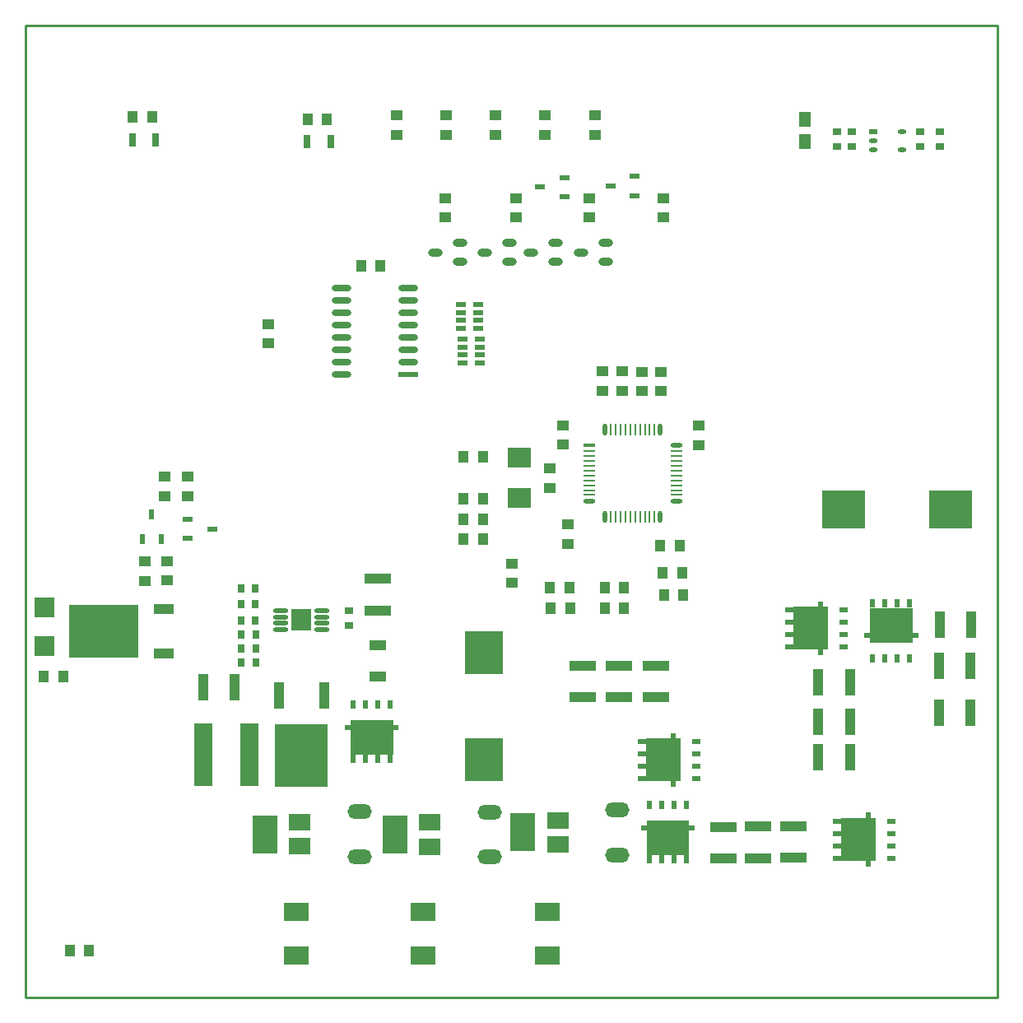
<source format=gtp>
%FSLAX25Y25*%
%MOIN*%
G70*
G01*
G75*
G04 Layer_Color=8421504*
%ADD10R,0.02559X0.05315*%
%ADD11R,0.14410X0.09843*%
%ADD12R,0.14410X0.07874*%
%ADD13R,0.01969X0.06299*%
%ADD14R,0.03543X0.02126*%
%ADD15R,0.09843X0.14410*%
%ADD16R,0.07874X0.14410*%
%ADD17R,0.06299X0.01969*%
%ADD18R,0.02126X0.03543*%
%ADD19R,0.03937X0.05118*%
%ADD20R,0.05118X0.03937*%
%ADD21R,0.05000X0.06000*%
%ADD22O,0.05906X0.03150*%
%ADD23R,0.04000X0.01969*%
%ADD24R,0.10000X0.07500*%
%ADD25O,0.09843X0.05906*%
%ADD26R,0.08661X0.07087*%
%ADD27R,0.09843X0.15748*%
%ADD28R,0.08000X0.02400*%
%ADD29O,0.08000X0.02400*%
%ADD30R,0.09449X0.08268*%
%ADD31R,0.07874X0.07874*%
%ADD32R,0.03347X0.02756*%
%ADD33R,0.02756X0.03347*%
%ADD34R,0.07087X0.03937*%
%ADD35R,0.03937X0.10630*%
%ADD36R,0.10630X0.03937*%
%ADD37R,0.03937X0.02362*%
%ADD38R,0.02362X0.03937*%
%ADD39O,0.00984X0.04724*%
%ADD40O,0.04724X0.00984*%
%ADD41O,0.04724X0.01772*%
%ADD42O,0.01772X0.04724*%
%ADD43R,0.04724X0.01772*%
%ADD44O,0.03543X0.01969*%
%ADD45R,0.03543X0.01969*%
%ADD46O,0.03543X0.01969*%
%ADD47R,0.17716X0.15748*%
%ADD48R,0.15748X0.17716*%
%ADD49R,0.27953X0.21654*%
%ADD50R,0.08268X0.03937*%
%ADD51R,0.07559X0.25590*%
%ADD52R,0.21654X0.25197*%
%ADD53R,0.03937X0.10827*%
%ADD54O,0.06299X0.01772*%
%ADD55R,0.08071X0.09055*%
%ADD56C,0.01000*%
%ADD57C,0.00800*%
%ADD58C,0.02000*%
%ADD59C,0.01200*%
%ADD60C,0.03000*%
%ADD61C,0.04000*%
%ADD62C,0.03500*%
%ADD63C,0.06000*%
%ADD64C,0.01500*%
%ADD65C,0.10000*%
%ADD66C,0.08000*%
%ADD67R,0.14500X0.04200*%
%ADD68R,0.04100X0.17800*%
%ADD69R,0.17100X0.04200*%
%ADD70R,0.04400X0.22500*%
%ADD71R,0.04100X0.19500*%
%ADD72R,0.16800X0.04200*%
%ADD73R,0.02437X0.03577*%
%ADD74R,0.23300X0.07400*%
%ADD75R,0.16351X0.07500*%
%ADD76R,0.55500X0.04751*%
%ADD77R,0.07912X0.15875*%
%ADD78R,0.05600X0.05100*%
%ADD79R,0.40000X0.08400*%
%ADD80R,0.28400X0.16700*%
%ADD81R,0.07300X0.03700*%
%ADD82R,0.08300X0.49900*%
%ADD83R,0.03900X0.06100*%
%ADD84R,0.08664X0.44500*%
%ADD85R,0.16500X0.07900*%
%ADD86R,0.06000X0.16300*%
%ADD87R,0.23600X0.17400*%
%ADD88R,0.25624X0.17093*%
%ADD89R,0.24100X0.17400*%
%ADD90C,0.06000*%
%ADD91O,0.06000X0.10000*%
%ADD92R,0.06000X0.10000*%
%ADD93O,0.05906X0.09843*%
%ADD94R,0.05906X0.09843*%
%ADD95C,0.06693*%
%ADD96R,0.05906X0.05906*%
%ADD97C,0.05906*%
%ADD98C,0.03937*%
%ADD99O,0.07874X0.15748*%
%ADD100O,0.09843X0.11811*%
%ADD101R,0.09843X0.11811*%
%ADD102C,0.02000*%
%ADD103C,0.03000*%
%ADD104C,0.04000*%
%ADD105C,0.05000*%
%ADD106C,0.02598*%
%ADD107R,0.05512X0.07087*%
%ADD108R,0.13386X0.07087*%
%ADD109O,0.02756X0.01181*%
%ADD110O,0.01181X0.02756*%
%ADD111R,0.07087X0.13386*%
%ADD112R,0.15900X0.03600*%
%ADD113R,0.05800X0.21700*%
%ADD114R,0.17600X0.04300*%
%ADD115R,0.04400X0.22100*%
%ADD116R,0.03084X0.06973*%
%ADD117R,0.10427X0.02514*%
%ADD118R,0.12200X0.03500*%
%ADD119R,0.08500X0.07122*%
%ADD120R,0.21373X0.05490*%
%ADD121R,0.03200X0.06000*%
%ADD122R,0.02900X0.13700*%
%ADD123R,0.22500X1.19600*%
%ADD124R,0.29000X0.26900*%
%ADD125C,0.00394*%
%ADD126C,0.00500*%
%ADD127C,0.00984*%
%ADD128C,0.00787*%
%ADD129C,0.00591*%
%ADD130R,0.04724X0.02756*%
%ADD131R,0.01968X0.03543*%
D10*
X31400Y-47200D02*
D03*
X40849D02*
D03*
X-39500Y-46500D02*
D03*
X-30051D02*
D03*
D11*
X254672Y-326141D02*
D03*
X175572Y-293841D02*
D03*
X235272Y-240541D02*
D03*
D12*
X254672Y-334383D02*
D03*
X175572Y-302083D02*
D03*
X235272Y-248783D02*
D03*
D13*
X258708Y-321888D02*
D03*
Y-337636D02*
D03*
X179608Y-289588D02*
D03*
Y-305336D02*
D03*
X239308Y-236288D02*
D03*
Y-252036D02*
D03*
D14*
X267960Y-332262D02*
D03*
X245922D02*
D03*
X267960Y-322262D02*
D03*
Y-327262D02*
D03*
X245922Y-322262D02*
D03*
X267960Y-337262D02*
D03*
X245922D02*
D03*
Y-327262D02*
D03*
X188860Y-299962D02*
D03*
X166822D02*
D03*
X188860Y-289962D02*
D03*
Y-294962D02*
D03*
X166822Y-289962D02*
D03*
X188860Y-304962D02*
D03*
X166822D02*
D03*
Y-294962D02*
D03*
X248560Y-246662D02*
D03*
X226522D02*
D03*
X248560Y-236662D02*
D03*
Y-241662D02*
D03*
X226522Y-236662D02*
D03*
X248560Y-251662D02*
D03*
X226522D02*
D03*
Y-241662D02*
D03*
D15*
X173857Y-329000D02*
D03*
X271559Y-242972D02*
D03*
X53941Y-288328D02*
D03*
D16*
X182100Y-329000D02*
D03*
X263317Y-242972D02*
D03*
X62183Y-288328D02*
D03*
D17*
X169605Y-324965D02*
D03*
X185353D02*
D03*
X275812Y-247008D02*
D03*
X260064D02*
D03*
X49688Y-284292D02*
D03*
X65436D02*
D03*
D18*
X179979Y-315713D02*
D03*
Y-337750D02*
D03*
X169979Y-315713D02*
D03*
X174979D02*
D03*
X169979Y-337750D02*
D03*
X184979Y-315713D02*
D03*
Y-337750D02*
D03*
X174979D02*
D03*
X265438Y-256260D02*
D03*
Y-234222D02*
D03*
X275438Y-256260D02*
D03*
X270438D02*
D03*
X275438Y-234222D02*
D03*
X260438Y-256260D02*
D03*
Y-234222D02*
D03*
X270438D02*
D03*
X60062Y-275040D02*
D03*
Y-297078D02*
D03*
X50062Y-275040D02*
D03*
X55062D02*
D03*
X50062Y-297078D02*
D03*
X65062Y-275040D02*
D03*
Y-297078D02*
D03*
X55062D02*
D03*
D19*
X61000Y-97500D02*
D03*
X53126D02*
D03*
X182300Y-210600D02*
D03*
X174426D02*
D03*
X94600Y-200200D02*
D03*
X102474D02*
D03*
X94700Y-191762D02*
D03*
X102574D02*
D03*
X94700Y-174762D02*
D03*
X102574D02*
D03*
X31526Y-38200D02*
D03*
X39400D02*
D03*
X102574Y-208100D02*
D03*
X94700D02*
D03*
X-67426Y-263800D02*
D03*
X-75300D02*
D03*
X-39374Y-37000D02*
D03*
X-31500D02*
D03*
X183674Y-230800D02*
D03*
X175800D02*
D03*
X151826Y-227900D02*
D03*
X159700D02*
D03*
X129626Y-227800D02*
D03*
X137500D02*
D03*
X183174Y-221800D02*
D03*
X175300D02*
D03*
X151826Y-235974D02*
D03*
X159700D02*
D03*
X129926D02*
D03*
X137800D02*
D03*
X-56926Y-374700D02*
D03*
X-64800D02*
D03*
D20*
X190100Y-162200D02*
D03*
Y-170074D02*
D03*
X135000Y-162000D02*
D03*
Y-169874D02*
D03*
X137000Y-210000D02*
D03*
Y-202126D02*
D03*
X129700Y-179388D02*
D03*
Y-187262D02*
D03*
X107750Y-44274D02*
D03*
Y-36400D02*
D03*
X87725Y-44274D02*
D03*
Y-36400D02*
D03*
X166800Y-148174D02*
D03*
Y-140300D02*
D03*
X15600Y-120926D02*
D03*
Y-128800D02*
D03*
X174600Y-148174D02*
D03*
Y-140300D02*
D03*
X-17000Y-190574D02*
D03*
Y-182700D02*
D03*
X-25500Y-224874D02*
D03*
Y-217000D02*
D03*
X-26500Y-182826D02*
D03*
Y-190700D02*
D03*
X67700Y-44274D02*
D03*
Y-36400D02*
D03*
X87200Y-69926D02*
D03*
Y-77800D02*
D03*
X-34400Y-224974D02*
D03*
Y-217100D02*
D03*
X116000Y-70026D02*
D03*
Y-77900D02*
D03*
X145500Y-70026D02*
D03*
Y-77900D02*
D03*
X175500Y-70026D02*
D03*
Y-77900D02*
D03*
X114300Y-218026D02*
D03*
Y-225900D02*
D03*
X159000Y-147974D02*
D03*
Y-140100D02*
D03*
X151100Y-140126D02*
D03*
Y-148000D02*
D03*
X127775Y-36400D02*
D03*
Y-44274D02*
D03*
X147800D02*
D03*
Y-36400D02*
D03*
D21*
X233000Y-47200D02*
D03*
Y-38200D02*
D03*
D22*
X103300Y-91960D02*
D03*
X113300Y-88220D02*
D03*
Y-95700D02*
D03*
X121800Y-91960D02*
D03*
X131800Y-88220D02*
D03*
Y-95700D02*
D03*
X83400Y-91960D02*
D03*
X93400Y-88220D02*
D03*
Y-95700D02*
D03*
X142200Y-91960D02*
D03*
X152200Y-88220D02*
D03*
Y-95700D02*
D03*
D23*
X93745Y-122605D02*
D03*
X100745D02*
D03*
X93745Y-119455D02*
D03*
X100745D02*
D03*
X93745Y-116306D02*
D03*
X100745D02*
D03*
X93745Y-113156D02*
D03*
X100745D02*
D03*
X94245Y-136605D02*
D03*
X101245D02*
D03*
X94245Y-133455D02*
D03*
X101245D02*
D03*
X94245Y-130306D02*
D03*
X101245D02*
D03*
X94245Y-127156D02*
D03*
X101245D02*
D03*
D24*
X128497Y-359100D02*
D03*
Y-376600D02*
D03*
X78349Y-359100D02*
D03*
Y-376600D02*
D03*
X27000Y-359200D02*
D03*
Y-376700D02*
D03*
D25*
X105206Y-336855D02*
D03*
Y-318745D02*
D03*
X52506Y-336655D02*
D03*
Y-318545D02*
D03*
X157006Y-335955D02*
D03*
Y-317845D02*
D03*
D26*
X80994Y-332721D02*
D03*
X80994Y-322879D02*
D03*
X28294Y-332521D02*
D03*
X28294Y-322679D02*
D03*
X132794Y-331821D02*
D03*
X132794Y-321979D02*
D03*
D27*
X66820Y-327800D02*
D03*
X14120Y-327600D02*
D03*
X118620Y-326900D02*
D03*
D28*
X72200Y-141300D02*
D03*
D29*
Y-136300D02*
D03*
Y-131300D02*
D03*
Y-126300D02*
D03*
Y-121300D02*
D03*
Y-116300D02*
D03*
Y-111300D02*
D03*
Y-106300D02*
D03*
X45200D02*
D03*
Y-111300D02*
D03*
Y-116300D02*
D03*
Y-121300D02*
D03*
Y-126300D02*
D03*
Y-131300D02*
D03*
Y-136300D02*
D03*
Y-141300D02*
D03*
D30*
X117200Y-174994D02*
D03*
Y-191530D02*
D03*
D31*
X-75200Y-251548D02*
D03*
Y-235800D02*
D03*
D32*
X252092Y-48997D02*
D03*
Y-43092D02*
D03*
X279500Y-48906D02*
D03*
Y-43000D02*
D03*
X287500Y-43095D02*
D03*
Y-49000D02*
D03*
X245900Y-43095D02*
D03*
Y-49000D02*
D03*
X48400Y-237094D02*
D03*
Y-243000D02*
D03*
D33*
X10406Y-228100D02*
D03*
X4500D02*
D03*
X10611Y-246800D02*
D03*
X4706D02*
D03*
X10605Y-258200D02*
D03*
X4700D02*
D03*
X4705Y-252300D02*
D03*
X10611D02*
D03*
X4500Y-234500D02*
D03*
X10406D02*
D03*
X10400Y-241100D02*
D03*
X4495D02*
D03*
D34*
X60100Y-251100D02*
D03*
Y-263895D02*
D03*
D35*
X1995Y-268000D02*
D03*
X-10800D02*
D03*
X251195Y-266200D02*
D03*
X238400D02*
D03*
X251195Y-282100D02*
D03*
X238400D02*
D03*
X251195Y-296500D02*
D03*
X238400D02*
D03*
X287205Y-278500D02*
D03*
X300000D02*
D03*
X287305Y-259500D02*
D03*
X300100D02*
D03*
X287605Y-242600D02*
D03*
X300400D02*
D03*
D36*
X142900Y-272095D02*
D03*
Y-259300D02*
D03*
X172700Y-272095D02*
D03*
Y-259300D02*
D03*
X157600Y-272095D02*
D03*
Y-259300D02*
D03*
X228322Y-324377D02*
D03*
Y-337172D02*
D03*
X199817Y-324577D02*
D03*
Y-337372D02*
D03*
X214117Y-324477D02*
D03*
Y-337272D02*
D03*
X60000Y-224205D02*
D03*
Y-237000D02*
D03*
D37*
X-17000Y-200000D02*
D03*
X-7158Y-203937D02*
D03*
X-17000Y-207874D02*
D03*
X135500Y-69500D02*
D03*
X125657Y-65563D02*
D03*
X135500Y-61626D02*
D03*
X164000Y-69000D02*
D03*
X154157Y-65063D02*
D03*
X164000Y-61126D02*
D03*
D38*
X-35500Y-208000D02*
D03*
X-31563Y-198158D02*
D03*
X-27626Y-208000D02*
D03*
D39*
X158295Y-199075D02*
D03*
X166169D02*
D03*
X160264D02*
D03*
X164201D02*
D03*
X162232D02*
D03*
X170106D02*
D03*
X164201Y-163642D02*
D03*
X172075D02*
D03*
X156327Y-199075D02*
D03*
X168138D02*
D03*
X170106Y-163642D02*
D03*
X168138D02*
D03*
X166169D02*
D03*
X162232D02*
D03*
X160264D02*
D03*
X158295D02*
D03*
X156327D02*
D03*
X154358D02*
D03*
Y-199075D02*
D03*
X172075D02*
D03*
D40*
X145500Y-188248D02*
D03*
Y-178405D02*
D03*
Y-184311D02*
D03*
Y-190217D02*
D03*
Y-180374D02*
D03*
Y-174469D02*
D03*
X180933Y-182343D02*
D03*
Y-186279D02*
D03*
Y-188248D02*
D03*
X145500Y-172500D02*
D03*
X180933D02*
D03*
X145500Y-182343D02*
D03*
Y-176437D02*
D03*
X180933Y-190217D02*
D03*
Y-180374D02*
D03*
Y-176437D02*
D03*
Y-178405D02*
D03*
Y-184311D02*
D03*
X180933Y-174469D02*
D03*
X145500Y-186279D02*
D03*
D41*
Y-192579D02*
D03*
X180933D02*
D03*
Y-170138D02*
D03*
D42*
X151996Y-199075D02*
D03*
X174437Y-163642D02*
D03*
X151996D02*
D03*
X174437Y-199075D02*
D03*
D43*
X145500Y-170138D02*
D03*
D44*
X272411Y-50480D02*
D03*
X260600Y-46740D02*
D03*
Y-50480D02*
D03*
D45*
Y-43000D02*
D03*
D46*
X272411D02*
D03*
D47*
X248700Y-196100D02*
D03*
X292007D02*
D03*
D48*
X103000Y-297400D02*
D03*
Y-254093D02*
D03*
D49*
X-51183Y-245400D02*
D03*
D50*
X-26774Y-236345D02*
D03*
Y-254455D02*
D03*
D51*
X-10876Y-295500D02*
D03*
X8100D02*
D03*
D52*
X29100Y-295665D02*
D03*
D53*
X20045Y-271452D02*
D03*
X38155D02*
D03*
D54*
X20634Y-237061D02*
D03*
Y-239620D02*
D03*
Y-242179D02*
D03*
Y-244739D02*
D03*
X37366Y-237061D02*
D03*
Y-239620D02*
D03*
Y-242179D02*
D03*
Y-244739D02*
D03*
D55*
X29000Y-240900D02*
D03*
D56*
X311024Y-393701D02*
Y0D01*
X-82677Y-393701D02*
X311024D01*
X-82677D02*
Y0D01*
X311024D01*
M02*

</source>
